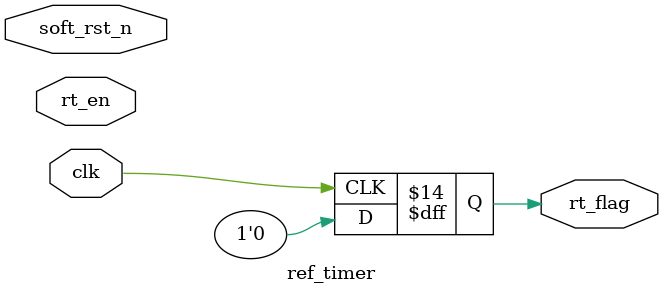
<source format=v>
`include "../rtl/head.v"

module ref_timer(
        clk        ,//时钟线 100Mhz
        rt_en      ,//使能刷新
        rt_flag    ,//计数器满标志
        soft_rst_n //软复位
);

input  clk         ;
input  soft_rst_n  ;
input  rt_en       ;
                   
output reg rt_flag ;

reg [9:0] cnt      ;

always@(posedge clk)begin
  if (!soft_rst_n)begin//同步复位
      cnt     <= 10'd0        ;
      rt_flag <= 1'b0         ; 
  end
  else if(rt_en)
            if(cnt >=700)begin// 最长在64ms/8192=7.813us=7813ns周期内进行一次刷新
              cnt    <= 10'd0   ;
              rt_flag<= 1'b1    ;
          end
            else begin
                cnt    <= cnt + 1  ;//100MHz 计数一次10ns
                rt_flag<= 1'b0     ;
            end
  else 
       cnt       <= 10'd0       ;
       rt_flag   <= 1'b0        ;
     
 end
 

endmodule
</source>
